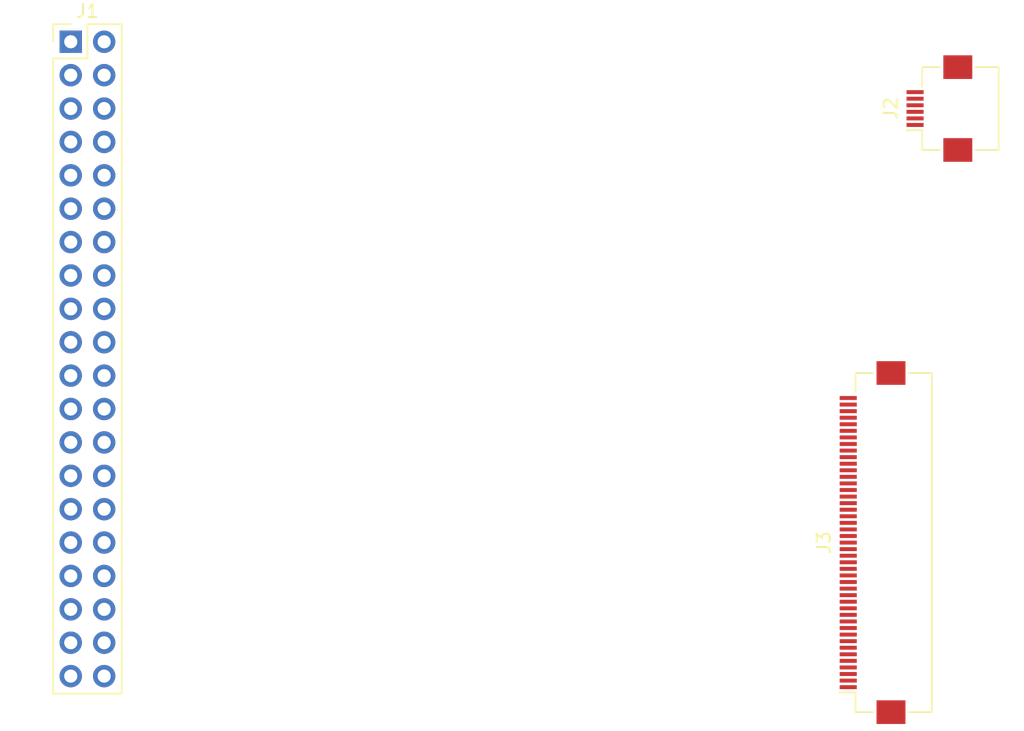
<source format=kicad_pcb>
(kicad_pcb (version 20211014) (generator pcbnew)
  (layers (0 "F.Cu" signal) (31 "B.Cu" signal) (34 "B.Paste" user) (35 "F.Paste" user) (36 "B.SilkS" user "B.Silkscreen") (37 "F.SilkS" user "F.Silkscreen") (38 "B.Mask" user) (39 "F.Mask" user) (44 "Edge.Cuts" user))
  (net 0 "")
  (net 1 "+3V3")
  (net 2 "+5V")
  (net 3 "/LCD_VSYNC")
  (net 4 "/LCD_HSYNC")
  (net 5 "/LCD_B_{2}")
  (net 6 "/LCD_G_{6}")
  (net 7 "/LCD_G_{7}")
  (net 8 "/LCD_G_{0}")
  (net 9 "/LCD_G_{1}")
  (net 11 "/ST1633_IRQ")
  (net 12 "/GPIO_SDA")
  (net 13 "/GPIO_SCL")
  (net 14 "/LCD_G_{2}")
  (net 15 "/LCD_B_{7}")
  (net 17 "/LCD_G_{3}")
  (net 18 "/LCD_B_{6}")
  (net 19 "/LCD_B_{5}")
  (net 20 "/LCD_PCLK")
  (net 21 "/LCD_DE")
  (net 22 "/LCD_B_{3}")
  (net 23 "/LCD_B_{4}")
  (net 24 "/LCD_G_{4}")
  (net 25 "/LCD_G_{5}")
  (net 26 "/LCD_B_{0}")
  (net 27 "/LCD_B_{1}")
  (net 29 "/LCD_DISP")
  (net 30 "/LCD_SC")
  (net 32 "GNDPWR")
  (net 33 "/LCD_R_{0}")
  (net 34 "/LCD_R_{1}")
  (net 35 "/LCD_R_{2}")
  (net 36 "/LCD_R_{3}")
  (net 37 "/LCD_R_{4}")
  (net 38 "/LCD_R_{5}")
  (net 39 "/LCD_R_{6}")
  (net 40 "/LCD_R_{7}")
  (net 41 "/LCD_LED_C1")
  (net 42 "/LCD_LED_A1")
  (net 43 "/LCD_LED_C2")
  (net 44 "/LCD_LED_A2")
  (footprint "Connector_FFC-FPC:Hirose_FH12-45S-0.5SH_1x45-1MP_P0.50mm_Horizontal" (layer "F.Cu") (at 172.72 111.76 90)
    (fp_text reference "J3" (at 0 -3.7 90) (layer "F.SilkS"))
    (fp_text value "Conn_01x45_Female")
    (fp_line (start -11.41 -1.3) (end -11.41 -2.5) (layer "F.SilkS") (width 0.12))
    (fp_line (start 12.9 -1.3) (end 12.9 0.04) (layer "F.SilkS") (width 0.12))
    (fp_line (start 12.9 4.5) (end 12.9 2.76) (layer "F.SilkS") (width 0.12))
    (fp_line (start 11.41 -1.3) (end 12.9 -1.3) (layer "F.SilkS") (width 0.12))
    (fp_line (start -12.9 -1.3) (end -12.9 0.04) (layer "F.SilkS") (width 0.12))
    (fp_line (start -12.9 4.5) (end 12.9 4.5) (layer "F.SilkS") (width 0.12))
    (fp_line (start -11.41 -1.3) (end -12.9 -1.3) (layer "F.SilkS") (width 0.12))
    (fp_line (start -12.9 2.76) (end -12.9 4.5) (layer "F.SilkS") (width 0.12))
    (pad "1" smd rect (at -11 -1.85 90) (size 0.3 1.3) (layers "F.Cu" "F.Paste" "F.Mask") (net 32 "GNDPWR"))
    (pad "2" smd rect (at -10.5 -1.85 90) (size 0.3 1.3) (layers "F.Cu" "F.Paste" "F.Mask") (net 32 "GNDPWR"))
    (pad "3" smd rect (at -10 -1.85 90) (size 0.3 1.3) (layers "F.Cu" "F.Paste" "F.Mask") (net 1 "+3V3"))
    (pad "4" smd rect (at -9.5 -1.85 90) (size 0.3 1.3) (layers "F.Cu" "F.Paste" "F.Mask") (net 1 "+3V3"))
    (pad "5" smd rect (at -9 -1.85 90) (size 0.3 1.3) (layers "F.Cu" "F.Paste" "F.Mask") (net 33 "/LCD_R_{0}"))
    (pad "6" smd rect (at -8.5 -1.85 90) (size 0.3 1.3) (layers "F.Cu" "F.Paste" "F.Mask") (net 34 "/LCD_R_{1}"))
    (pad "7" smd rect (at -8 -1.85 90) (size 0.3 1.3) (layers "F.Cu" "F.Paste" "F.Mask") (net 35 "/LCD_R_{2}"))
    (pad "8" smd rect (at -7.5 -1.85 90) (size 0.3 1.3) (layers "F.Cu" "F.Paste" "F.Mask") (net 36 "/LCD_R_{3}"))
    (pad "9" smd rect (at -7 -1.85 90) (size 0.3 1.3) (layers "F.Cu" "F.Paste" "F.Mask") (net 37 "/LCD_R_{4}"))
    (pad "10" smd rect (at -6.5 -1.85 90) (size 0.3 1.3) (layers "F.Cu" "F.Paste" "F.Mask") (net 38 "/LCD_R_{5}"))
    (pad "11" smd rect (at -6 -1.85 90) (size 0.3 1.3) (layers "F.Cu" "F.Paste" "F.Mask") (net 39 "/LCD_R_{6}"))
    (pad "12" smd rect (at -5.5 -1.85 90) (size 0.3 1.3) (layers "F.Cu" "F.Paste" "F.Mask") (net 40 "/LCD_R_{7}"))
    (pad "13" smd rect (at -5 -1.85 90) (size 0.3 1.3) (layers "F.Cu" "F.Paste" "F.Mask") (net 8 "/LCD_G_{0}"))
    (pad "14" smd rect (at -4.5 -1.85 90) (size 0.3 1.3) (layers "F.Cu" "F.Paste" "F.Mask") (net 9 "/LCD_G_{1}"))
    (pad "15" smd rect (at -4 -1.85 90) (size 0.3 1.3) (layers "F.Cu" "F.Paste" "F.Mask") (net 14 "/LCD_G_{2}"))
    (pad "16" smd rect (at -3.5 -1.85 90) (size 0.3 1.3) (layers "F.Cu" "F.Paste" "F.Mask") (net 17 "/LCD_G_{3}"))
    (pad "17" smd rect (at -3 -1.85 90) (size 0.3 1.3) (layers "F.Cu" "F.Paste" "F.Mask") (net 24 "/LCD_G_{4}"))
    (pad "18" smd rect (at -2.5 -1.85 90) (size 0.3 1.3) (layers "F.Cu" "F.Paste" "F.Mask") (net 25 "/LCD_G_{5}"))
    (pad "19" smd rect (at -2 -1.85 90) (size 0.3 1.3) (layers "F.Cu" "F.Paste" "F.Mask") (net 6 "/LCD_G_{6}"))
    (pad "20" smd rect (at -1.5 -1.85 90) (size 0.3 1.3) (layers "F.Cu" "F.Paste" "F.Mask") (net 7 "/LCD_G_{7}"))
    (pad "21" smd rect (at -1 -1.85 90) (size 0.3 1.3) (layers "F.Cu" "F.Paste" "F.Mask") (net 26 "/LCD_B_{0}"))
    (pad "22" smd rect (at -0.5 -1.85 90) (size 0.3 1.3) (layers "F.Cu" "F.Paste" "F.Mask") (net 27 "/LCD_B_{1}"))
    (pad "23" smd rect (at 0 -1.85 90) (size 0.3 1.3) (layers "F.Cu" "F.Paste" "F.Mask") (net 5 "/LCD_B_{2}"))
    (pad "24" smd rect (at 0.5 -1.85 90) (size 0.3 1.3) (layers "F.Cu" "F.Paste" "F.Mask") (net 22 "/LCD_B_{3}"))
    (pad "25" smd rect (at 1 -1.85 90) (size 0.3 1.3) (layers "F.Cu" "F.Paste" "F.Mask") (net 23 "/LCD_B_{4}"))
    (pad "26" smd rect (at 1.5 -1.85 90) (size 0.3 1.3) (layers "F.Cu" "F.Paste" "F.Mask") (net 19 "/LCD_B_{5}"))
    (pad "27" smd rect (at 2 -1.85 90) (size 0.3 1.3) (layers "F.Cu" "F.Paste" "F.Mask") (net 18 "/LCD_B_{6}"))
    (pad "28" smd rect (at 2.5 -1.85 90) (size 0.3 1.3) (layers "F.Cu" "F.Paste" "F.Mask") (net 15 "/LCD_B_{7}"))
    (pad "29" smd rect (at 3 -1.85 90) (size 0.3 1.3) (layers "F.Cu" "F.Paste" "F.Mask") (net 32 "GNDPWR"))
    (pad "30" smd rect (at 3.5 -1.85 90) (size 0.3 1.3) (layers "F.Cu" "F.Paste" "F.Mask") (net 20 "/LCD_PCLK"))
    (pad "31" smd rect (at 4 -1.85 90) (size 0.3 1.3) (layers "F.Cu" "F.Paste" "F.Mask") (net 29 "/LCD_DISP"))
    (pad "32" smd rect (at 4.5 -1.85 90) (size 0.3 1.3) (layers "F.Cu" "F.Paste" "F.Mask") (net 4 "/LCD_HSYNC"))
    (pad "33" smd rect (at 5 -1.85 90) (size 0.3 1.3) (layers "F.Cu" "F.Paste" "F.Mask") (net 3 "/LCD_VSYNC"))
    (pad "34" smd rect (at 5.5 -1.85 90) (size 0.3 1.3) (layers "F.Cu" "F.Paste" "F.Mask") (net 21 "/LCD_DE"))
    (pad "35" smd rect (at 6 -1.85 90) (size 0.3 1.3) (layers "F.Cu" "F.Paste" "F.Mask"))
    (pad "36" smd rect (at 6.5 -1.85 90) (size 0.3 1.3) (layers "F.Cu" "F.Paste" "F.Mask"))
    (pad "37" smd rect (at 7 -1.85 90) (size 0.3 1.3) (layers "F.Cu" "F.Paste" "F.Mask"))
    (pad "38" smd rect (at 7.5 -1.85 90) (size 0.3 1.3) (layers "F.Cu" "F.Paste" "F.Mask"))
    (pad "39" smd rect (at 8 -1.85 90) (size 0.3 1.3) (layers "F.Cu" "F.Paste" "F.Mask") (net 30 "/LCD_SC"))
    (pad "40" smd rect (at 8.5 -1.85 90) (size 0.3 1.3) (layers "F.Cu" "F.Paste" "F.Mask") (net 32 "GNDPWR"))
    (pad "41" smd rect (at 9 -1.85 90) (size 0.3 1.3) (layers "F.Cu" "F.Paste" "F.Mask") (net 32 "GNDPWR"))
    (pad "42" smd rect (at 9.5 -1.85 90) (size 0.3 1.3) (layers "F.Cu" "F.Paste" "F.Mask") (net 41 "/LCD_LED_C1"))
    (pad "43" smd rect (at 10 -1.85 90) (size 0.3 1.3) (layers "F.Cu" "F.Paste" "F.Mask") (net 42 "/LCD_LED_A1"))
    (pad "44" smd rect (at 10.5 -1.85 90) (size 0.3 1.3) (layers "F.Cu" "F.Paste" "F.Mask") (net 43 "/LCD_LED_C2"))
    (pad "45" smd rect (at 11 -1.85 90) (size 0.3 1.3) (layers "F.Cu" "F.Paste" "F.Mask") (net 44 "/LCD_LED_A2"))
    (pad "MP" smd rect (at 12.9 1.4 90) (size 1.8 2.2) (layers "F.Cu" "F.Paste" "F.Mask"))
    (pad "MP" smd rect (at -12.9 1.4 90) (size 1.8 2.2) (layers "F.Cu" "F.Paste" "F.Mask"))
  )
  (footprint "Connector_FFC-FPC:Hirose_FH12-6S-0.5SH_1x06-1MP_P0.50mm_Horizontal" (layer "F.Cu") (at 177.8 78.74 90)
    (fp_text reference "J2" (at 0 -3.7 90) (layer "F.SilkS"))
    (fp_text value "FFC_ST1633 (Touch)")
    (fp_line (start 3.15 -1.3) (end 3.15 0.04) (layer "F.SilkS") (width 0.12))
    (fp_line (start -3.15 4.5) (end 3.15 4.5) (layer "F.SilkS") (width 0.12))
    (fp_line (start -1.66 -1.3) (end -1.66 -2.5) (layer "F.SilkS") (width 0.12))
    (fp_line (start -3.15 2.76) (end -3.15 4.5) (layer "F.SilkS") (width 0.12))
    (fp_line (start 1.66 -1.3) (end 3.15 -1.3) (layer "F.SilkS") (width 0.12))
    (fp_line (start -3.15 -1.3) (end -3.15 0.04) (layer "F.SilkS") (width 0.12))
    (fp_line (start 3.15 4.5) (end 3.15 2.76) (layer "F.SilkS") (width 0.12))
    (fp_line (start -1.66 -1.3) (end -3.15 -1.3) (layer "F.SilkS") (width 0.12))
    (pad "1" smd rect (at -1.25 -1.85 90) (size 0.3 1.3) (layers "F.Cu" "F.Paste" "F.Mask") (net 32 "GNDPWR"))
    (pad "2" smd rect (at -0.75 -1.85 90) (size 0.3 1.3) (layers "F.Cu" "F.Paste" "F.Mask") (net 12 "/GPIO_SDA"))
    (pad "3" smd rect (at -0.25 -1.85 90) (size 0.3 1.3) (layers "F.Cu" "F.Paste" "F.Mask") (net 13 "/GPIO_SCL"))
    (pad "4" smd rect (at 0.25 -1.85 90) (size 0.3 1.3) (layers "F.Cu" "F.Paste" "F.Mask") (net 1 "+3V3"))
    (pad "5" smd rect (at 0.75 -1.85 90) (size 0.3 1.3) (layers "F.Cu" "F.Paste" "F.Mask") (net 11 "/ST1633_IRQ"))
    (pad "6" smd rect (at 1.25 -1.85 90) (size 0.3 1.3) (layers "F.Cu" "F.Paste" "F.Mask"))
    (pad "MP" smd rect (at 3.15 1.4 90) (size 1.8 2.2) (layers "F.Cu" "F.Paste" "F.Mask"))
    (pad "MP" smd rect (at -3.15 1.4 90) (size 1.8 2.2) (layers "F.Cu" "F.Paste" "F.Mask"))
  )
  (footprint "Connector_PinHeader_2.54mm:PinHeader_2x20_P2.54mm_Vertical" (layer "F.Cu") (at 111.76 73.66)
    (fp_text reference "J1" (at 1.27 -2.33) (layer "F.SilkS"))
    (fp_text value "Raspberry_Pi_2_3")
    (fp_line (start 1.27 1.27) (end 1.27 -1.33) (layer "F.SilkS") (width 0.12))
    (fp_line (start -1.33 49.59) (end 3.87 49.59) (layer "F.SilkS") (width 0.12))
    (fp_line (start 1.27 -1.33) (end 3.87 -1.33) (layer "F.SilkS") (width 0.12))
    (fp_line (start -1.33 0) (end -1.33 -1.33) (layer "F.SilkS") (width 0.12))
    (fp_line (start 3.87 -1.33) (end 3.87 49.59) (layer "F.SilkS") (width 0.12))
    (fp_line (start -1.33 1.27) (end -1.33 49.59) (layer "F.SilkS") (width 0.12))
    (fp_line (start -1.33 -1.33) (end 0 -1.33) (layer "F.SilkS") (width 0.12))
    (fp_line (start -1.33 1.27) (end 1.27 1.27) (layer "F.SilkS") (width 0.12))
    (pad "1" thru_hole rect (at 0 0) (size 1.7 1.7) (drill 1) (layers *.Cu *.Mask) (net 1 "+3V3"))
    (pad "2" thru_hole oval (at 2.54 0) (size 1.7 1.7) (drill 1) (layers *.Cu *.Mask) (net 2 "+5V"))
    (pad "3" thru_hole oval (at 0 2.54) (size 1.7 1.7) (drill 1) (layers *.Cu *.Mask) (net 3 "/LCD_VSYNC"))
    (pad "4" thru_hole oval (at 2.54 2.54) (size 1.7 1.7) (drill 1) (layers *.Cu *.Mask) (net 2 "+5V"))
    (pad "5" thru_hole oval (at 0 5.08) (size 1.7 1.7) (drill 1) (layers *.Cu *.Mask) (net 4 "/LCD_HSYNC"))
    (pad "6" thru_hole oval (at 2.54 5.08) (size 1.7 1.7) (drill 1) (layers *.Cu *.Mask) (net 32 "GNDPWR"))
    (pad "7" thru_hole oval (at 0 7.62) (size 1.7 1.7) (drill 1) (layers *.Cu *.Mask) (net 5 "/LCD_B_{2}"))
    (pad "8" thru_hole oval (at 2.54 7.62) (size 1.7 1.7) (drill 1) (layers *.Cu *.Mask) (net 6 "/LCD_G_{6}"))
    (pad "9" thru_hole oval (at 0 10.16) (size 1.7 1.7) (drill 1) (layers *.Cu *.Mask) (net 32 "GNDPWR"))
    (pad "10" thru_hole oval (at 2.54 10.16) (size 1.7 1.7) (drill 1) (layers *.Cu *.Mask) (net 7 "/LCD_G_{7}"))
    (pad "11" thru_hole oval (at 0 12.7) (size 1.7 1.7) (drill 1) (layers *.Cu *.Mask) (net 36 "/LCD_R_{3}"))
    (pad "12" thru_hole oval (at 2.54 12.7) (size 1.7 1.7) (drill 1) (layers *.Cu *.Mask) (net 37 "/LCD_R_{4}"))
    (pad "13" thru_hole oval (at 0 15.24) (size 1.7 1.7) (drill 1) (layers *.Cu *.Mask))
    (pad "14" thru_hole oval (at 2.54 15.24) (size 1.7 1.7) (drill 1) (layers *.Cu *.Mask) (net 32 "GNDPWR"))
    (pad "15" thru_hole oval (at 0 17.78) (size 1.7 1.7) (drill 1) (layers *.Cu *.Mask) (net 11 "/ST1633_IRQ"))
    (pad "16" thru_hole oval (at 2.54 17.78) (size 1.7 1.7) (drill 1) (layers *.Cu *.Mask) (net 12 "/GPIO_SDA"))
    (pad "17" thru_hole oval (at 0 20.32) (size 1.7 1.7) (drill 1) (layers *.Cu *.Mask) (net 1 "+3V3"))
    (pad "18" thru_hole oval (at 2.54 20.32) (size 1.7 1.7) (drill 1) (layers *.Cu *.Mask) (net 13 "/GPIO_SCL"))
    (pad "19" thru_hole oval (at 0 22.86) (size 1.7 1.7) (drill 1) (layers *.Cu *.Mask) (net 14 "/LCD_G_{2}"))
    (pad "20" thru_hole oval (at 2.54 22.86) (size 1.7 1.7) (drill 1) (layers *.Cu *.Mask) (net 32 "GNDPWR"))
    (pad "21" thru_hole oval (at 0 25.4) (size 1.7 1.7) (drill 1) (layers *.Cu *.Mask) (net 15 "/LCD_B_{7}"))
    (pad "22" thru_hole oval (at 2.54 25.4) (size 1.7 1.7) (drill 1) (layers *.Cu *.Mask))
    (pad "23" thru_hole oval (at 0 27.94) (size 1.7 1.7) (drill 1) (layers *.Cu *.Mask) (net 17 "/LCD_G_{3}"))
    (pad "24" thru_hole oval (at 2.54 27.94) (size 1.7 1.7) (drill 1) (layers *.Cu *.Mask) (net 18 "/LCD_B_{6}"))
    (pad "25" thru_hole oval (at 0 30.48) (size 1.7 1.7) (drill 1) (layers *.Cu *.Mask) (net 32 "GNDPWR"))
    (pad "26" thru_hole oval (at 2.54 30.48) (size 1.7 1.7) (drill 1) (layers *.Cu *.Mask) (net 19 "/LCD_B_{5}"))
    (pad "27" thru_hole oval (at 0 33.02) (size 1.7 1.7) (drill 1) (layers *.Cu *.Mask) (net 20 "/LCD_PCLK"))
    (pad "28" thru_hole oval (at 2.54 33.02) (size 1.7 1.7) (drill 1) (layers *.Cu *.Mask) (net 21 "/LCD_DE"))
    (pad "29" thru_hole oval (at 0 35.56) (size 1.7 1.7) (drill 1) (layers *.Cu *.Mask) (net 22 "/LCD_B_{3}"))
    (pad "30" thru_hole oval (at 2.54 35.56) (size 1.7 1.7) (drill 1) (layers *.Cu *.Mask) (net 32 "GNDPWR"))
    (pad "31" thru_hole oval (at 0 38.1) (size 1.7 1.7) (drill 1) (layers *.Cu *.Mask) (net 23 "/LCD_B_{4}"))
    (pad "32" thru_hole oval (at 2.54 38.1) (size 1.7 1.7) (drill 1) (layers *.Cu *.Mask) (net 24 "/LCD_G_{4}"))
    (pad "33" thru_hole oval (at 0 40.64) (size 1.7 1.7) (drill 1) (layers *.Cu *.Mask) (net 25 "/LCD_G_{5}"))
    (pad "34" thru_hole oval (at 2.54 40.64) (size 1.7 1.7) (drill 1) (layers *.Cu *.Mask) (net 32 "GNDPWR"))
    (pad "35" thru_hole oval (at 0 43.18) (size 1.7 1.7) (drill 1) (layers *.Cu *.Mask) (net 38 "/LCD_R_{5}"))
    (pad "36" thru_hole oval (at 2.54 43.18) (size 1.7 1.7) (drill 1) (layers *.Cu *.Mask) (net 35 "/LCD_R_{2}"))
    (pad "37" thru_hole oval (at 0 45.72) (size 1.7 1.7) (drill 1) (layers *.Cu *.Mask))
    (pad "38" thru_hole oval (at 2.54 45.72) (size 1.7 1.7) (drill 1) (layers *.Cu *.Mask) (net 39 "/LCD_R_{6}"))
    (pad "39" thru_hole oval (at 0 48.26) (size 1.7 1.7) (drill 1) (layers *.Cu *.Mask) (net 32 "GNDPWR"))
    (pad "40" thru_hole oval (at 2.54 48.26) (size 1.7 1.7) (drill 1) (layers *.Cu *.Mask) (net 40 "/LCD_R_{7}"))
  )
)
</source>
